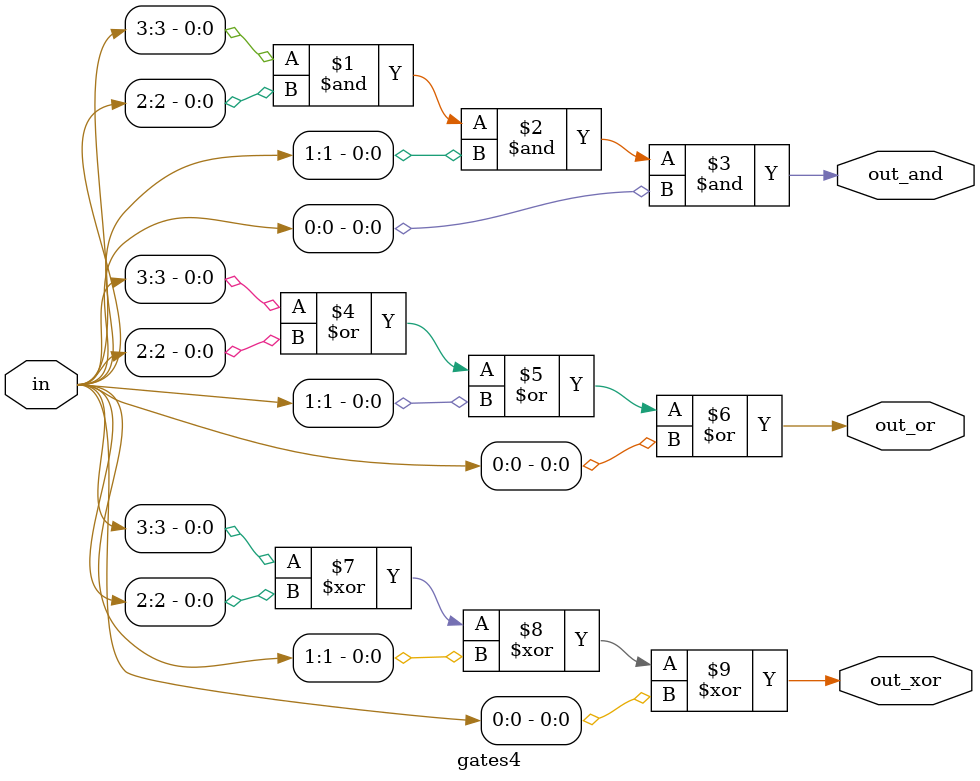
<source format=v>
module gates4( 
    input [3:0] in,
    output out_and,
    output out_or,
    output out_xor
);
    assign out_and = (in[3] & in[2] & in[1] & in[0]);
    assign out_or  = (in[3] | in[2] | in[1] | in[0]);
    assign out_xor  = (in[3] ^ in[2] ^ in[1] ^ in[0]);
endmodule

</source>
